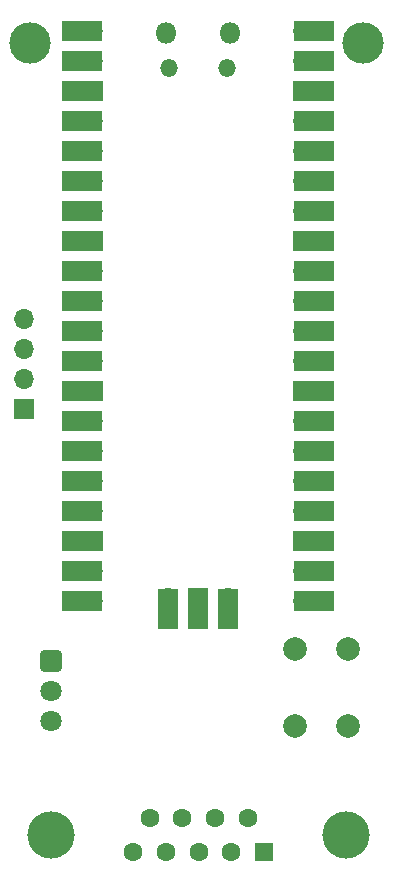
<source format=gbr>
%TF.GenerationSoftware,KiCad,Pcbnew,(5.1.10)-1*%
%TF.CreationDate,2022-01-15T14:59:42+11:00*%
%TF.ProjectId,BKM-10Rp2040 v2,424b4d2d-3130-4527-9032-303430207632,rev?*%
%TF.SameCoordinates,Original*%
%TF.FileFunction,Soldermask,Bot*%
%TF.FilePolarity,Negative*%
%FSLAX46Y46*%
G04 Gerber Fmt 4.6, Leading zero omitted, Abs format (unit mm)*
G04 Created by KiCad (PCBNEW (5.1.10)-1) date 2022-01-15 14:59:42*
%MOMM*%
%LPD*%
G01*
G04 APERTURE LIST*
%ADD10C,3.500000*%
%ADD11O,1.700000X1.700000*%
%ADD12R,1.700000X3.500000*%
%ADD13R,1.700000X1.700000*%
%ADD14O,1.500000X1.500000*%
%ADD15O,1.800000X1.800000*%
%ADD16R,3.500000X1.700000*%
%ADD17C,1.800000*%
%ADD18C,2.000000*%
%ADD19C,4.000000*%
%ADD20C,1.600000*%
%ADD21R,1.600000X1.600000*%
G04 APERTURE END LIST*
D10*
%TO.C,H1*%
X141732000Y-69342000D03*
%TD*%
%TO.C,H1*%
X113538000Y-69342000D03*
%TD*%
D11*
%TO.C,U2*%
X125222000Y-116356000D03*
D12*
X125222000Y-117256000D03*
D13*
X127762000Y-116356000D03*
D12*
X127762000Y-117256000D03*
D11*
X130302000Y-116356000D03*
D12*
X130302000Y-117256000D03*
D14*
X125337000Y-71486000D03*
X130187000Y-71486000D03*
D15*
X125037000Y-68456000D03*
X130487000Y-68456000D03*
D16*
X117972000Y-116586000D03*
X117972000Y-114046000D03*
X117972000Y-111506000D03*
X117972000Y-108966000D03*
X117972000Y-106426000D03*
X117972000Y-103886000D03*
X117972000Y-101346000D03*
X117972000Y-98806000D03*
X117972000Y-96266000D03*
X117972000Y-93726000D03*
X117972000Y-91186000D03*
X117972000Y-88646000D03*
X117972000Y-86106000D03*
X117972000Y-83566000D03*
X117972000Y-81026000D03*
X117972000Y-78486000D03*
X117972000Y-75946000D03*
X117972000Y-73406000D03*
X117972000Y-70866000D03*
X117972000Y-68326000D03*
X137552000Y-116586000D03*
X137552000Y-114046000D03*
X137552000Y-111506000D03*
X137552000Y-108966000D03*
X137552000Y-106426000D03*
X137552000Y-103886000D03*
X137552000Y-101346000D03*
X137552000Y-98806000D03*
X137552000Y-96266000D03*
X137552000Y-93726000D03*
X137552000Y-91186000D03*
X137552000Y-88646000D03*
X137552000Y-86106000D03*
X137552000Y-83566000D03*
X137552000Y-81026000D03*
X137552000Y-78486000D03*
X137552000Y-75946000D03*
X137552000Y-73406000D03*
X137552000Y-70866000D03*
X137552000Y-68326000D03*
D11*
X118872000Y-68326000D03*
X118872000Y-70866000D03*
D13*
X118872000Y-73406000D03*
D11*
X118872000Y-75946000D03*
X118872000Y-78486000D03*
X118872000Y-81026000D03*
X118872000Y-83566000D03*
D13*
X118872000Y-86106000D03*
D11*
X118872000Y-88646000D03*
X118872000Y-91186000D03*
X118872000Y-93726000D03*
X118872000Y-96266000D03*
D13*
X118872000Y-98806000D03*
D11*
X118872000Y-101346000D03*
X118872000Y-103886000D03*
X118872000Y-106426000D03*
X118872000Y-108966000D03*
D13*
X118872000Y-111506000D03*
D11*
X118872000Y-114046000D03*
X118872000Y-116586000D03*
X136652000Y-116586000D03*
X136652000Y-114046000D03*
D13*
X136652000Y-111506000D03*
D11*
X136652000Y-108966000D03*
X136652000Y-106426000D03*
X136652000Y-103886000D03*
X136652000Y-101346000D03*
D13*
X136652000Y-98806000D03*
D11*
X136652000Y-96266000D03*
X136652000Y-93726000D03*
X136652000Y-91186000D03*
X136652000Y-88646000D03*
D13*
X136652000Y-86106000D03*
D11*
X136652000Y-83566000D03*
X136652000Y-81026000D03*
X136652000Y-78486000D03*
X136652000Y-75946000D03*
D13*
X136652000Y-73406000D03*
D11*
X136652000Y-70866000D03*
X136652000Y-68326000D03*
%TD*%
%TO.C,J2*%
X113030000Y-92710000D03*
X113030000Y-95250000D03*
X113030000Y-97790000D03*
D13*
X113030000Y-100330000D03*
%TD*%
D17*
%TO.C,U3*%
X115316000Y-126746000D03*
X115316000Y-124206000D03*
G36*
G01*
X114666200Y-120766000D02*
X115965800Y-120766000D01*
G75*
G02*
X116216000Y-121016200I0J-250200D01*
G01*
X116216000Y-122315800D01*
G75*
G02*
X115965800Y-122566000I-250200J0D01*
G01*
X114666200Y-122566000D01*
G75*
G02*
X114416000Y-122315800I0J250200D01*
G01*
X114416000Y-121016200D01*
G75*
G02*
X114666200Y-120766000I250200J0D01*
G01*
G37*
%TD*%
D18*
%TO.C,SW1*%
X140462000Y-127150000D03*
X135962000Y-127150000D03*
X140462000Y-120650000D03*
X135962000Y-120650000D03*
%TD*%
D19*
%TO.C,J1*%
X140310000Y-136375000D03*
X115310000Y-136375000D03*
D20*
X123655000Y-134955000D03*
X126425000Y-134955000D03*
X129195000Y-134955000D03*
X131965000Y-134955000D03*
X122270000Y-137795000D03*
X125040000Y-137795000D03*
X127810000Y-137795000D03*
X130580000Y-137795000D03*
D21*
X133350000Y-137795000D03*
%TD*%
M02*

</source>
